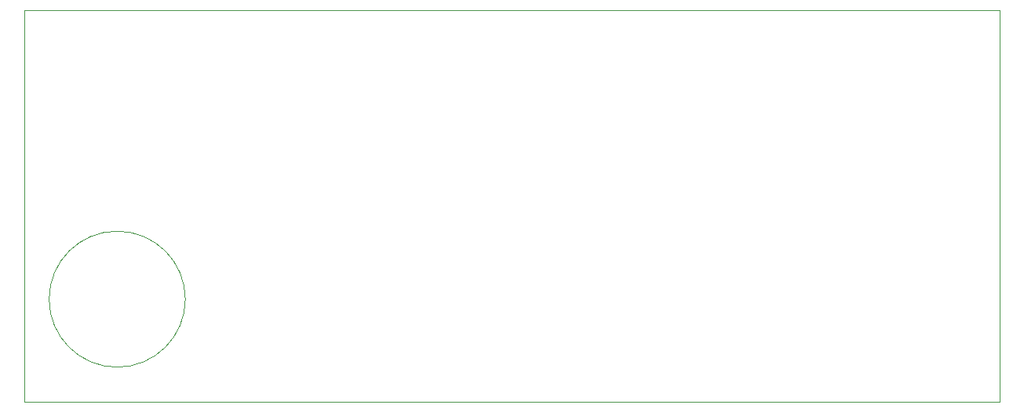
<source format=gbr>
G04 #@! TF.GenerationSoftware,KiCad,Pcbnew,(5.1.12-1-10_14)*
G04 #@! TF.CreationDate,2021-11-28T13:27:24+11:00*
G04 #@! TF.ProjectId,RWR_Control_Panel_V2,5257525f-436f-46e7-9472-6f6c5f50616e,-*
G04 #@! TF.SameCoordinates,Original*
G04 #@! TF.FileFunction,Profile,NP*
%FSLAX46Y46*%
G04 Gerber Fmt 4.6, Leading zero omitted, Abs format (unit mm)*
G04 Created by KiCad (PCBNEW (5.1.12-1-10_14)) date 2021-11-28 13:27:24*
%MOMM*%
%LPD*%
G01*
G04 APERTURE LIST*
G04 #@! TA.AperFunction,Profile*
%ADD10C,0.050000*%
G04 #@! TD*
G04 APERTURE END LIST*
D10*
X144076882Y-112879334D02*
G75*
G03*
X144076882Y-112879334I-7350000J0D01*
G01*
X126735608Y-102233108D02*
X126735608Y-123991834D01*
X231913381Y-123991834D02*
X231913381Y-81615561D01*
X126735608Y-81615561D02*
X126735608Y-102233108D01*
X231913381Y-81615561D02*
X126735608Y-81615561D01*
X126735608Y-123991834D02*
X231913381Y-123991834D01*
M02*

</source>
